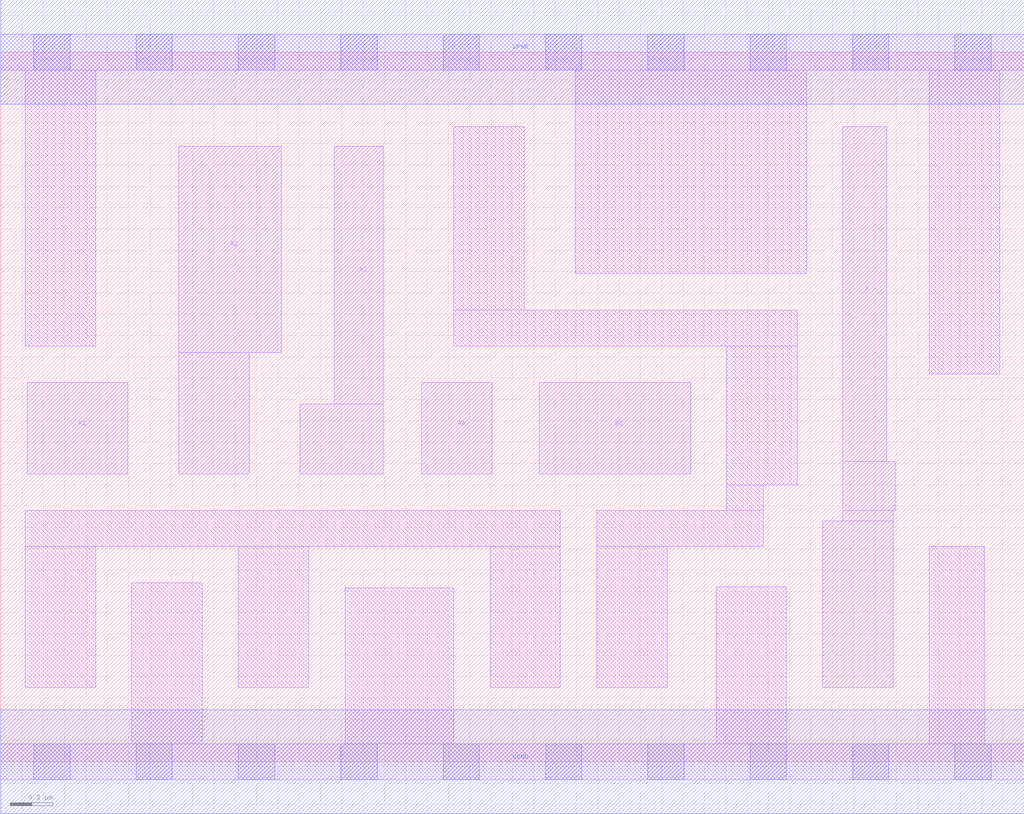
<source format=lef>
# Copyright 2020 The SkyWater PDK Authors
#
# Licensed under the Apache License, Version 2.0 (the "License");
# you may not use this file except in compliance with the License.
# You may obtain a copy of the License at
#
#     https://www.apache.org/licenses/LICENSE-2.0
#
# Unless required by applicable law or agreed to in writing, software
# distributed under the License is distributed on an "AS IS" BASIS,
# WITHOUT WARRANTIES OR CONDITIONS OF ANY KIND, either express or implied.
# See the License for the specific language governing permissions and
# limitations under the License.
#
# SPDX-License-Identifier: Apache-2.0

VERSION 5.7 ;
  NAMESCASESENSITIVE ON ;
  NOWIREEXTENSIONATPIN ON ;
  DIVIDERCHAR "/" ;
  BUSBITCHARS "[]" ;
UNITS
  DATABASE MICRONS 200 ;
END UNITS
MACRO sky130_fd_sc_hs__o41a_2
  CLASS CORE ;
  SOURCE USER ;
  FOREIGN sky130_fd_sc_hs__o41a_2 ;
  ORIGIN  0.000000  0.000000 ;
  SIZE  4.800000 BY  3.330000 ;
  SYMMETRY X Y ;
  SITE unit ;
  PIN A1
    ANTENNAGATEAREA  0.279000 ;
    DIRECTION INPUT ;
    USE SIGNAL ;
    PORT
      LAYER li1 ;
        RECT 0.125000 1.350000 0.595000 1.780000 ;
    END
  END A1
  PIN A2
    ANTENNAGATEAREA  0.279000 ;
    DIRECTION INPUT ;
    USE SIGNAL ;
    PORT
      LAYER li1 ;
        RECT 0.835000 1.350000 1.165000 1.920000 ;
        RECT 0.835000 1.920000 1.315000 2.890000 ;
    END
  END A2
  PIN A3
    ANTENNAGATEAREA  0.279000 ;
    DIRECTION INPUT ;
    USE SIGNAL ;
    PORT
      LAYER li1 ;
        RECT 1.405000 1.350000 1.795000 1.680000 ;
        RECT 1.565000 1.680000 1.795000 2.890000 ;
    END
  END A3
  PIN A4
    ANTENNAGATEAREA  0.279000 ;
    DIRECTION INPUT ;
    USE SIGNAL ;
    PORT
      LAYER li1 ;
        RECT 1.975000 1.350000 2.305000 1.780000 ;
    END
  END A4
  PIN B1
    ANTENNAGATEAREA  0.261000 ;
    DIRECTION INPUT ;
    USE SIGNAL ;
    PORT
      LAYER li1 ;
        RECT 2.525000 1.350000 3.235000 1.780000 ;
    END
  END B1
  PIN X
    ANTENNADIFFAREA  0.543200 ;
    DIRECTION OUTPUT ;
    USE SIGNAL ;
    PORT
      LAYER li1 ;
        RECT 3.855000 0.350000 4.185000 1.130000 ;
        RECT 3.950000 1.130000 4.185000 1.180000 ;
        RECT 3.950000 1.180000 4.195000 1.410000 ;
        RECT 3.950000 1.410000 4.155000 2.980000 ;
    END
  END X
  PIN VGND
    DIRECTION INOUT ;
    USE GROUND ;
    PORT
      LAYER met1 ;
        RECT 0.000000 -0.245000 4.800000 0.245000 ;
    END
  END VGND
  PIN VPWR
    DIRECTION INOUT ;
    USE POWER ;
    PORT
      LAYER met1 ;
        RECT 0.000000 3.085000 4.800000 3.575000 ;
    END
  END VPWR
  OBS
    LAYER li1 ;
      RECT 0.000000 -0.085000 4.800000 0.085000 ;
      RECT 0.000000  3.245000 4.800000 3.415000 ;
      RECT 0.115000  0.350000 0.445000 1.010000 ;
      RECT 0.115000  1.010000 2.625000 1.180000 ;
      RECT 0.115000  1.950000 0.445000 3.245000 ;
      RECT 0.615000  0.085000 0.945000 0.840000 ;
      RECT 1.115000  0.350000 1.445000 1.010000 ;
      RECT 1.615000  0.085000 2.125000 0.815000 ;
      RECT 2.125000  1.950000 3.735000 2.120000 ;
      RECT 2.125000  2.120000 2.455000 2.980000 ;
      RECT 2.295000  0.350000 2.625000 1.010000 ;
      RECT 2.695000  2.290000 3.780000 3.245000 ;
      RECT 2.795000  0.350000 3.125000 1.010000 ;
      RECT 2.795000  1.010000 3.575000 1.180000 ;
      RECT 3.355000  0.085000 3.685000 0.820000 ;
      RECT 3.405000  1.180000 3.575000 1.300000 ;
      RECT 3.405000  1.300000 3.735000 1.950000 ;
      RECT 4.355000  0.085000 4.615000 1.010000 ;
      RECT 4.355000  1.820000 4.685000 3.245000 ;
    LAYER mcon ;
      RECT 0.155000 -0.085000 0.325000 0.085000 ;
      RECT 0.155000  3.245000 0.325000 3.415000 ;
      RECT 0.635000 -0.085000 0.805000 0.085000 ;
      RECT 0.635000  3.245000 0.805000 3.415000 ;
      RECT 1.115000 -0.085000 1.285000 0.085000 ;
      RECT 1.115000  3.245000 1.285000 3.415000 ;
      RECT 1.595000 -0.085000 1.765000 0.085000 ;
      RECT 1.595000  3.245000 1.765000 3.415000 ;
      RECT 2.075000 -0.085000 2.245000 0.085000 ;
      RECT 2.075000  3.245000 2.245000 3.415000 ;
      RECT 2.555000 -0.085000 2.725000 0.085000 ;
      RECT 2.555000  3.245000 2.725000 3.415000 ;
      RECT 3.035000 -0.085000 3.205000 0.085000 ;
      RECT 3.035000  3.245000 3.205000 3.415000 ;
      RECT 3.515000 -0.085000 3.685000 0.085000 ;
      RECT 3.515000  3.245000 3.685000 3.415000 ;
      RECT 3.995000 -0.085000 4.165000 0.085000 ;
      RECT 3.995000  3.245000 4.165000 3.415000 ;
      RECT 4.475000 -0.085000 4.645000 0.085000 ;
      RECT 4.475000  3.245000 4.645000 3.415000 ;
  END
END sky130_fd_sc_hs__o41a_2

</source>
